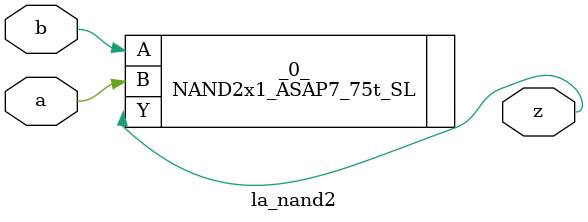
<source format=v>

/* Generated by Yosys 0.37 (git sha1 a5c7f69ed, clang 14.0.0-1ubuntu1.1 -fPIC -Os) */

module la_nand2(a, b, z);
  input a;
  wire a;
  input b;
  wire b;
  output z;
  wire z;
  NAND2x1_ASAP7_75t_SL _0_ (
    .A(b),
    .B(a),
    .Y(z)
  );
endmodule

</source>
